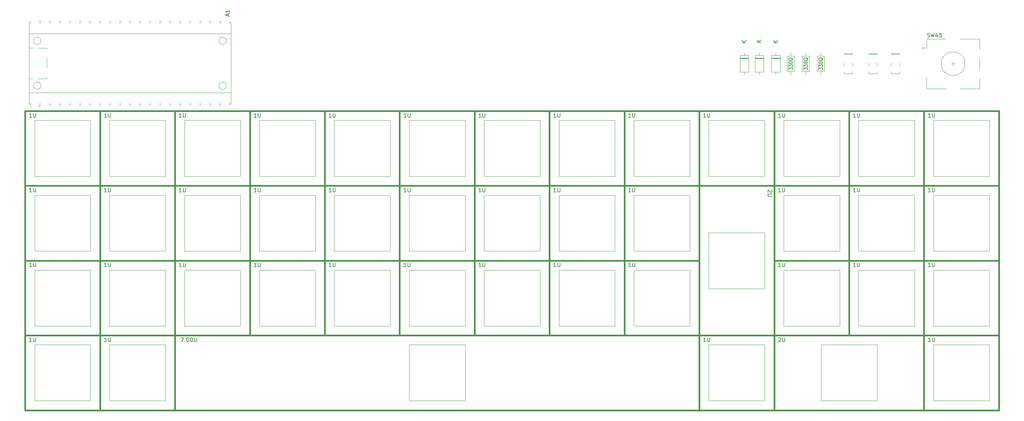
<source format=gbr>
%TF.GenerationSoftware,KiCad,Pcbnew,8.0.3*%
%TF.CreationDate,2024-07-13T14:49:37+01:00*%
%TF.ProjectId,CursedBoard,43757273-6564-4426-9f61-72642e6b6963,rev?*%
%TF.SameCoordinates,Original*%
%TF.FileFunction,Legend,Top*%
%TF.FilePolarity,Positive*%
%FSLAX46Y46*%
G04 Gerber Fmt 4.6, Leading zero omitted, Abs format (unit mm)*
G04 Created by KiCad (PCBNEW 8.0.3) date 2024-07-13 14:49:37*
%MOMM*%
%LPD*%
G01*
G04 APERTURE LIST*
%ADD10C,0.200000*%
%ADD11C,0.150000*%
%ADD12C,0.120000*%
%ADD13C,0.400000*%
G04 APERTURE END LIST*
D10*
X84780387Y-122710559D02*
X84208959Y-122710559D01*
X84494673Y-122710559D02*
X84494673Y-121710559D01*
X84494673Y-121710559D02*
X84399435Y-121853416D01*
X84399435Y-121853416D02*
X84304197Y-121948654D01*
X84304197Y-121948654D02*
X84208959Y-121996273D01*
X85208959Y-121710559D02*
X85208959Y-122520082D01*
X85208959Y-122520082D02*
X85256578Y-122615320D01*
X85256578Y-122615320D02*
X85304197Y-122662940D01*
X85304197Y-122662940D02*
X85399435Y-122710559D01*
X85399435Y-122710559D02*
X85589911Y-122710559D01*
X85589911Y-122710559D02*
X85685149Y-122662940D01*
X85685149Y-122662940D02*
X85732768Y-122615320D01*
X85732768Y-122615320D02*
X85780387Y-122520082D01*
X85780387Y-122520082D02*
X85780387Y-121710559D01*
X65780387Y-122710559D02*
X65208959Y-122710559D01*
X65494673Y-122710559D02*
X65494673Y-121710559D01*
X65494673Y-121710559D02*
X65399435Y-121853416D01*
X65399435Y-121853416D02*
X65304197Y-121948654D01*
X65304197Y-121948654D02*
X65208959Y-121996273D01*
X66208959Y-121710559D02*
X66208959Y-122520082D01*
X66208959Y-122520082D02*
X66256578Y-122615320D01*
X66256578Y-122615320D02*
X66304197Y-122662940D01*
X66304197Y-122662940D02*
X66399435Y-122710559D01*
X66399435Y-122710559D02*
X66589911Y-122710559D01*
X66589911Y-122710559D02*
X66685149Y-122662940D01*
X66685149Y-122662940D02*
X66732768Y-122615320D01*
X66732768Y-122615320D02*
X66780387Y-122520082D01*
X66780387Y-122520082D02*
X66780387Y-121710559D01*
X103780387Y-84710559D02*
X103208959Y-84710559D01*
X103494673Y-84710559D02*
X103494673Y-83710559D01*
X103494673Y-83710559D02*
X103399435Y-83853416D01*
X103399435Y-83853416D02*
X103304197Y-83948654D01*
X103304197Y-83948654D02*
X103208959Y-83996273D01*
X104208959Y-83710559D02*
X104208959Y-84520082D01*
X104208959Y-84520082D02*
X104256578Y-84615320D01*
X104256578Y-84615320D02*
X104304197Y-84662940D01*
X104304197Y-84662940D02*
X104399435Y-84710559D01*
X104399435Y-84710559D02*
X104589911Y-84710559D01*
X104589911Y-84710559D02*
X104685149Y-84662940D01*
X104685149Y-84662940D02*
X104732768Y-84615320D01*
X104732768Y-84615320D02*
X104780387Y-84520082D01*
X104780387Y-84520082D02*
X104780387Y-83710559D01*
D11*
X219799819Y-72605714D02*
X219799819Y-72110476D01*
X219799819Y-72110476D02*
X220180771Y-72377142D01*
X220180771Y-72377142D02*
X220180771Y-72262857D01*
X220180771Y-72262857D02*
X220228390Y-72186666D01*
X220228390Y-72186666D02*
X220276009Y-72148571D01*
X220276009Y-72148571D02*
X220371247Y-72110476D01*
X220371247Y-72110476D02*
X220609342Y-72110476D01*
X220609342Y-72110476D02*
X220704580Y-72148571D01*
X220704580Y-72148571D02*
X220752200Y-72186666D01*
X220752200Y-72186666D02*
X220799819Y-72262857D01*
X220799819Y-72262857D02*
X220799819Y-72491428D01*
X220799819Y-72491428D02*
X220752200Y-72567619D01*
X220752200Y-72567619D02*
X220704580Y-72605714D01*
X219799819Y-71843809D02*
X219799819Y-71348571D01*
X219799819Y-71348571D02*
X220180771Y-71615237D01*
X220180771Y-71615237D02*
X220180771Y-71500952D01*
X220180771Y-71500952D02*
X220228390Y-71424761D01*
X220228390Y-71424761D02*
X220276009Y-71386666D01*
X220276009Y-71386666D02*
X220371247Y-71348571D01*
X220371247Y-71348571D02*
X220609342Y-71348571D01*
X220609342Y-71348571D02*
X220704580Y-71386666D01*
X220704580Y-71386666D02*
X220752200Y-71424761D01*
X220752200Y-71424761D02*
X220799819Y-71500952D01*
X220799819Y-71500952D02*
X220799819Y-71729523D01*
X220799819Y-71729523D02*
X220752200Y-71805714D01*
X220752200Y-71805714D02*
X220704580Y-71843809D01*
X219799819Y-70853332D02*
X219799819Y-70777142D01*
X219799819Y-70777142D02*
X219847438Y-70700951D01*
X219847438Y-70700951D02*
X219895057Y-70662856D01*
X219895057Y-70662856D02*
X219990295Y-70624761D01*
X219990295Y-70624761D02*
X220180771Y-70586666D01*
X220180771Y-70586666D02*
X220418866Y-70586666D01*
X220418866Y-70586666D02*
X220609342Y-70624761D01*
X220609342Y-70624761D02*
X220704580Y-70662856D01*
X220704580Y-70662856D02*
X220752200Y-70700951D01*
X220752200Y-70700951D02*
X220799819Y-70777142D01*
X220799819Y-70777142D02*
X220799819Y-70853332D01*
X220799819Y-70853332D02*
X220752200Y-70929523D01*
X220752200Y-70929523D02*
X220704580Y-70967618D01*
X220704580Y-70967618D02*
X220609342Y-71005713D01*
X220609342Y-71005713D02*
X220418866Y-71043809D01*
X220418866Y-71043809D02*
X220180771Y-71043809D01*
X220180771Y-71043809D02*
X219990295Y-71005713D01*
X219990295Y-71005713D02*
X219895057Y-70967618D01*
X219895057Y-70967618D02*
X219847438Y-70929523D01*
X219847438Y-70929523D02*
X219799819Y-70853332D01*
X220799819Y-70281904D02*
X220799819Y-70091427D01*
X220799819Y-70091427D02*
X220609342Y-70091427D01*
X220609342Y-70091427D02*
X220561723Y-70167618D01*
X220561723Y-70167618D02*
X220466485Y-70243808D01*
X220466485Y-70243808D02*
X220323628Y-70281904D01*
X220323628Y-70281904D02*
X220085533Y-70281904D01*
X220085533Y-70281904D02*
X219942676Y-70243808D01*
X219942676Y-70243808D02*
X219847438Y-70167618D01*
X219847438Y-70167618D02*
X219799819Y-70053332D01*
X219799819Y-70053332D02*
X219799819Y-69900951D01*
X219799819Y-69900951D02*
X219847438Y-69786665D01*
X219847438Y-69786665D02*
X219942676Y-69710475D01*
X219942676Y-69710475D02*
X220085533Y-69672380D01*
X220085533Y-69672380D02*
X220323628Y-69672380D01*
X220323628Y-69672380D02*
X220466485Y-69710475D01*
X220466485Y-69710475D02*
X220561723Y-69786665D01*
X220561723Y-69786665D02*
X220609342Y-69862856D01*
X220609342Y-69862856D02*
X220799819Y-69862856D01*
X220799819Y-69862856D02*
X220799819Y-69672380D01*
D10*
X179780387Y-122710559D02*
X179208959Y-122710559D01*
X179494673Y-122710559D02*
X179494673Y-121710559D01*
X179494673Y-121710559D02*
X179399435Y-121853416D01*
X179399435Y-121853416D02*
X179304197Y-121948654D01*
X179304197Y-121948654D02*
X179208959Y-121996273D01*
X180208959Y-121710559D02*
X180208959Y-122520082D01*
X180208959Y-122520082D02*
X180256578Y-122615320D01*
X180256578Y-122615320D02*
X180304197Y-122662940D01*
X180304197Y-122662940D02*
X180399435Y-122710559D01*
X180399435Y-122710559D02*
X180589911Y-122710559D01*
X180589911Y-122710559D02*
X180685149Y-122662940D01*
X180685149Y-122662940D02*
X180732768Y-122615320D01*
X180732768Y-122615320D02*
X180780387Y-122520082D01*
X180780387Y-122520082D02*
X180780387Y-121710559D01*
X122780387Y-103710559D02*
X122208959Y-103710559D01*
X122494673Y-103710559D02*
X122494673Y-102710559D01*
X122494673Y-102710559D02*
X122399435Y-102853416D01*
X122399435Y-102853416D02*
X122304197Y-102948654D01*
X122304197Y-102948654D02*
X122208959Y-102996273D01*
X123208959Y-102710559D02*
X123208959Y-103520082D01*
X123208959Y-103520082D02*
X123256578Y-103615320D01*
X123256578Y-103615320D02*
X123304197Y-103662940D01*
X123304197Y-103662940D02*
X123399435Y-103710559D01*
X123399435Y-103710559D02*
X123589911Y-103710559D01*
X123589911Y-103710559D02*
X123685149Y-103662940D01*
X123685149Y-103662940D02*
X123732768Y-103615320D01*
X123732768Y-103615320D02*
X123780387Y-103520082D01*
X123780387Y-103520082D02*
X123780387Y-102710559D01*
X179780387Y-103710559D02*
X179208959Y-103710559D01*
X179494673Y-103710559D02*
X179494673Y-102710559D01*
X179494673Y-102710559D02*
X179399435Y-102853416D01*
X179399435Y-102853416D02*
X179304197Y-102948654D01*
X179304197Y-102948654D02*
X179208959Y-102996273D01*
X180208959Y-102710559D02*
X180208959Y-103520082D01*
X180208959Y-103520082D02*
X180256578Y-103615320D01*
X180256578Y-103615320D02*
X180304197Y-103662940D01*
X180304197Y-103662940D02*
X180399435Y-103710559D01*
X180399435Y-103710559D02*
X180589911Y-103710559D01*
X180589911Y-103710559D02*
X180685149Y-103662940D01*
X180685149Y-103662940D02*
X180732768Y-103615320D01*
X180732768Y-103615320D02*
X180780387Y-103520082D01*
X180780387Y-103520082D02*
X180780387Y-102710559D01*
D11*
X254990476Y-64327200D02*
X255133333Y-64374819D01*
X255133333Y-64374819D02*
X255371428Y-64374819D01*
X255371428Y-64374819D02*
X255466666Y-64327200D01*
X255466666Y-64327200D02*
X255514285Y-64279580D01*
X255514285Y-64279580D02*
X255561904Y-64184342D01*
X255561904Y-64184342D02*
X255561904Y-64089104D01*
X255561904Y-64089104D02*
X255514285Y-63993866D01*
X255514285Y-63993866D02*
X255466666Y-63946247D01*
X255466666Y-63946247D02*
X255371428Y-63898628D01*
X255371428Y-63898628D02*
X255180952Y-63851009D01*
X255180952Y-63851009D02*
X255085714Y-63803390D01*
X255085714Y-63803390D02*
X255038095Y-63755771D01*
X255038095Y-63755771D02*
X254990476Y-63660533D01*
X254990476Y-63660533D02*
X254990476Y-63565295D01*
X254990476Y-63565295D02*
X255038095Y-63470057D01*
X255038095Y-63470057D02*
X255085714Y-63422438D01*
X255085714Y-63422438D02*
X255180952Y-63374819D01*
X255180952Y-63374819D02*
X255419047Y-63374819D01*
X255419047Y-63374819D02*
X255561904Y-63422438D01*
X255895238Y-63374819D02*
X256133333Y-64374819D01*
X256133333Y-64374819D02*
X256323809Y-63660533D01*
X256323809Y-63660533D02*
X256514285Y-64374819D01*
X256514285Y-64374819D02*
X256752381Y-63374819D01*
X257561904Y-63708152D02*
X257561904Y-64374819D01*
X257323809Y-63327200D02*
X257085714Y-64041485D01*
X257085714Y-64041485D02*
X257704761Y-64041485D01*
X258561904Y-63374819D02*
X258085714Y-63374819D01*
X258085714Y-63374819D02*
X258038095Y-63851009D01*
X258038095Y-63851009D02*
X258085714Y-63803390D01*
X258085714Y-63803390D02*
X258180952Y-63755771D01*
X258180952Y-63755771D02*
X258419047Y-63755771D01*
X258419047Y-63755771D02*
X258514285Y-63803390D01*
X258514285Y-63803390D02*
X258561904Y-63851009D01*
X258561904Y-63851009D02*
X258609523Y-63946247D01*
X258609523Y-63946247D02*
X258609523Y-64184342D01*
X258609523Y-64184342D02*
X258561904Y-64279580D01*
X258561904Y-64279580D02*
X258514285Y-64327200D01*
X258514285Y-64327200D02*
X258419047Y-64374819D01*
X258419047Y-64374819D02*
X258180952Y-64374819D01*
X258180952Y-64374819D02*
X258085714Y-64327200D01*
X258085714Y-64327200D02*
X258038095Y-64279580D01*
D10*
X103780387Y-103710559D02*
X103208959Y-103710559D01*
X103494673Y-103710559D02*
X103494673Y-102710559D01*
X103494673Y-102710559D02*
X103399435Y-102853416D01*
X103399435Y-102853416D02*
X103304197Y-102948654D01*
X103304197Y-102948654D02*
X103208959Y-102996273D01*
X104208959Y-102710559D02*
X104208959Y-103520082D01*
X104208959Y-103520082D02*
X104256578Y-103615320D01*
X104256578Y-103615320D02*
X104304197Y-103662940D01*
X104304197Y-103662940D02*
X104399435Y-103710559D01*
X104399435Y-103710559D02*
X104589911Y-103710559D01*
X104589911Y-103710559D02*
X104685149Y-103662940D01*
X104685149Y-103662940D02*
X104732768Y-103615320D01*
X104732768Y-103615320D02*
X104780387Y-103520082D01*
X104780387Y-103520082D02*
X104780387Y-102710559D01*
D11*
X77639104Y-58963339D02*
X77639104Y-58487149D01*
X77924819Y-59058577D02*
X76924819Y-58725244D01*
X76924819Y-58725244D02*
X77924819Y-58391911D01*
X77924819Y-57534768D02*
X77924819Y-58106196D01*
X77924819Y-57820482D02*
X76924819Y-57820482D01*
X76924819Y-57820482D02*
X77067676Y-57915720D01*
X77067676Y-57915720D02*
X77162914Y-58010958D01*
X77162914Y-58010958D02*
X77210533Y-58106196D01*
D10*
X27780387Y-103710559D02*
X27208959Y-103710559D01*
X27494673Y-103710559D02*
X27494673Y-102710559D01*
X27494673Y-102710559D02*
X27399435Y-102853416D01*
X27399435Y-102853416D02*
X27304197Y-102948654D01*
X27304197Y-102948654D02*
X27208959Y-102996273D01*
X28208959Y-102710559D02*
X28208959Y-103520082D01*
X28208959Y-103520082D02*
X28256578Y-103615320D01*
X28256578Y-103615320D02*
X28304197Y-103662940D01*
X28304197Y-103662940D02*
X28399435Y-103710559D01*
X28399435Y-103710559D02*
X28589911Y-103710559D01*
X28589911Y-103710559D02*
X28685149Y-103662940D01*
X28685149Y-103662940D02*
X28732768Y-103615320D01*
X28732768Y-103615320D02*
X28780387Y-103520082D01*
X28780387Y-103520082D02*
X28780387Y-102710559D01*
X65780387Y-103710559D02*
X65208959Y-103710559D01*
X65494673Y-103710559D02*
X65494673Y-102710559D01*
X65494673Y-102710559D02*
X65399435Y-102853416D01*
X65399435Y-102853416D02*
X65304197Y-102948654D01*
X65304197Y-102948654D02*
X65208959Y-102996273D01*
X66208959Y-102710559D02*
X66208959Y-103520082D01*
X66208959Y-103520082D02*
X66256578Y-103615320D01*
X66256578Y-103615320D02*
X66304197Y-103662940D01*
X66304197Y-103662940D02*
X66399435Y-103710559D01*
X66399435Y-103710559D02*
X66589911Y-103710559D01*
X66589911Y-103710559D02*
X66685149Y-103662940D01*
X66685149Y-103662940D02*
X66732768Y-103615320D01*
X66732768Y-103615320D02*
X66780387Y-103520082D01*
X66780387Y-103520082D02*
X66780387Y-102710559D01*
D11*
X212798819Y-65666904D02*
X211798819Y-65666904D01*
X212798819Y-65095476D02*
X212227390Y-65524047D01*
X211798819Y-65095476D02*
X212370247Y-65666904D01*
D10*
X84780387Y-103710559D02*
X84208959Y-103710559D01*
X84494673Y-103710559D02*
X84494673Y-102710559D01*
X84494673Y-102710559D02*
X84399435Y-102853416D01*
X84399435Y-102853416D02*
X84304197Y-102948654D01*
X84304197Y-102948654D02*
X84208959Y-102996273D01*
X85208959Y-102710559D02*
X85208959Y-103520082D01*
X85208959Y-103520082D02*
X85256578Y-103615320D01*
X85256578Y-103615320D02*
X85304197Y-103662940D01*
X85304197Y-103662940D02*
X85399435Y-103710559D01*
X85399435Y-103710559D02*
X85589911Y-103710559D01*
X85589911Y-103710559D02*
X85685149Y-103662940D01*
X85685149Y-103662940D02*
X85732768Y-103615320D01*
X85732768Y-103615320D02*
X85780387Y-103520082D01*
X85780387Y-103520082D02*
X85780387Y-102710559D01*
X215444202Y-103208959D02*
X215491821Y-103256578D01*
X215491821Y-103256578D02*
X215539440Y-103351816D01*
X215539440Y-103351816D02*
X215539440Y-103589911D01*
X215539440Y-103589911D02*
X215491821Y-103685149D01*
X215491821Y-103685149D02*
X215444202Y-103732768D01*
X215444202Y-103732768D02*
X215348964Y-103780387D01*
X215348964Y-103780387D02*
X215253726Y-103780387D01*
X215253726Y-103780387D02*
X215110869Y-103732768D01*
X215110869Y-103732768D02*
X214539440Y-103161340D01*
X214539440Y-103161340D02*
X214539440Y-103780387D01*
X215539440Y-104208959D02*
X214729917Y-104208959D01*
X214729917Y-104208959D02*
X214634679Y-104256578D01*
X214634679Y-104256578D02*
X214587060Y-104304197D01*
X214587060Y-104304197D02*
X214539440Y-104399435D01*
X214539440Y-104399435D02*
X214539440Y-104589911D01*
X214539440Y-104589911D02*
X214587060Y-104685149D01*
X214587060Y-104685149D02*
X214634679Y-104732768D01*
X214634679Y-104732768D02*
X214729917Y-104780387D01*
X214729917Y-104780387D02*
X215539440Y-104780387D01*
X27780387Y-84710559D02*
X27208959Y-84710559D01*
X27494673Y-84710559D02*
X27494673Y-83710559D01*
X27494673Y-83710559D02*
X27399435Y-83853416D01*
X27399435Y-83853416D02*
X27304197Y-83948654D01*
X27304197Y-83948654D02*
X27208959Y-83996273D01*
X28208959Y-83710559D02*
X28208959Y-84520082D01*
X28208959Y-84520082D02*
X28256578Y-84615320D01*
X28256578Y-84615320D02*
X28304197Y-84662940D01*
X28304197Y-84662940D02*
X28399435Y-84710559D01*
X28399435Y-84710559D02*
X28589911Y-84710559D01*
X28589911Y-84710559D02*
X28685149Y-84662940D01*
X28685149Y-84662940D02*
X28732768Y-84615320D01*
X28732768Y-84615320D02*
X28780387Y-84520082D01*
X28780387Y-84520082D02*
X28780387Y-83710559D01*
X236780387Y-84710559D02*
X236208959Y-84710559D01*
X236494673Y-84710559D02*
X236494673Y-83710559D01*
X236494673Y-83710559D02*
X236399435Y-83853416D01*
X236399435Y-83853416D02*
X236304197Y-83948654D01*
X236304197Y-83948654D02*
X236208959Y-83996273D01*
X237208959Y-83710559D02*
X237208959Y-84520082D01*
X237208959Y-84520082D02*
X237256578Y-84615320D01*
X237256578Y-84615320D02*
X237304197Y-84662940D01*
X237304197Y-84662940D02*
X237399435Y-84710559D01*
X237399435Y-84710559D02*
X237589911Y-84710559D01*
X237589911Y-84710559D02*
X237685149Y-84662940D01*
X237685149Y-84662940D02*
X237732768Y-84615320D01*
X237732768Y-84615320D02*
X237780387Y-84520082D01*
X237780387Y-84520082D02*
X237780387Y-83710559D01*
X122780387Y-84710559D02*
X122208959Y-84710559D01*
X122494673Y-84710559D02*
X122494673Y-83710559D01*
X122494673Y-83710559D02*
X122399435Y-83853416D01*
X122399435Y-83853416D02*
X122304197Y-83948654D01*
X122304197Y-83948654D02*
X122208959Y-83996273D01*
X123208959Y-83710559D02*
X123208959Y-84520082D01*
X123208959Y-84520082D02*
X123256578Y-84615320D01*
X123256578Y-84615320D02*
X123304197Y-84662940D01*
X123304197Y-84662940D02*
X123399435Y-84710559D01*
X123399435Y-84710559D02*
X123589911Y-84710559D01*
X123589911Y-84710559D02*
X123685149Y-84662940D01*
X123685149Y-84662940D02*
X123732768Y-84615320D01*
X123732768Y-84615320D02*
X123780387Y-84520082D01*
X123780387Y-84520082D02*
X123780387Y-83710559D01*
X141780387Y-122710559D02*
X141208959Y-122710559D01*
X141494673Y-122710559D02*
X141494673Y-121710559D01*
X141494673Y-121710559D02*
X141399435Y-121853416D01*
X141399435Y-121853416D02*
X141304197Y-121948654D01*
X141304197Y-121948654D02*
X141208959Y-121996273D01*
X142208959Y-121710559D02*
X142208959Y-122520082D01*
X142208959Y-122520082D02*
X142256578Y-122615320D01*
X142256578Y-122615320D02*
X142304197Y-122662940D01*
X142304197Y-122662940D02*
X142399435Y-122710559D01*
X142399435Y-122710559D02*
X142589911Y-122710559D01*
X142589911Y-122710559D02*
X142685149Y-122662940D01*
X142685149Y-122662940D02*
X142732768Y-122615320D01*
X142732768Y-122615320D02*
X142780387Y-122520082D01*
X142780387Y-122520082D02*
X142780387Y-121710559D01*
X46780387Y-103710559D02*
X46208959Y-103710559D01*
X46494673Y-103710559D02*
X46494673Y-102710559D01*
X46494673Y-102710559D02*
X46399435Y-102853416D01*
X46399435Y-102853416D02*
X46304197Y-102948654D01*
X46304197Y-102948654D02*
X46208959Y-102996273D01*
X47208959Y-102710559D02*
X47208959Y-103520082D01*
X47208959Y-103520082D02*
X47256578Y-103615320D01*
X47256578Y-103615320D02*
X47304197Y-103662940D01*
X47304197Y-103662940D02*
X47399435Y-103710559D01*
X47399435Y-103710559D02*
X47589911Y-103710559D01*
X47589911Y-103710559D02*
X47685149Y-103662940D01*
X47685149Y-103662940D02*
X47732768Y-103615320D01*
X47732768Y-103615320D02*
X47780387Y-103520082D01*
X47780387Y-103520082D02*
X47780387Y-102710559D01*
X27780387Y-122710559D02*
X27208959Y-122710559D01*
X27494673Y-122710559D02*
X27494673Y-121710559D01*
X27494673Y-121710559D02*
X27399435Y-121853416D01*
X27399435Y-121853416D02*
X27304197Y-121948654D01*
X27304197Y-121948654D02*
X27208959Y-121996273D01*
X28208959Y-121710559D02*
X28208959Y-122520082D01*
X28208959Y-122520082D02*
X28256578Y-122615320D01*
X28256578Y-122615320D02*
X28304197Y-122662940D01*
X28304197Y-122662940D02*
X28399435Y-122710559D01*
X28399435Y-122710559D02*
X28589911Y-122710559D01*
X28589911Y-122710559D02*
X28685149Y-122662940D01*
X28685149Y-122662940D02*
X28732768Y-122615320D01*
X28732768Y-122615320D02*
X28780387Y-122520082D01*
X28780387Y-122520082D02*
X28780387Y-121710559D01*
D11*
X208988819Y-65793904D02*
X207988819Y-65793904D01*
X208988819Y-65222476D02*
X208417390Y-65651047D01*
X207988819Y-65222476D02*
X208560247Y-65793904D01*
D10*
X198780387Y-141710559D02*
X198208959Y-141710559D01*
X198494673Y-141710559D02*
X198494673Y-140710559D01*
X198494673Y-140710559D02*
X198399435Y-140853416D01*
X198399435Y-140853416D02*
X198304197Y-140948654D01*
X198304197Y-140948654D02*
X198208959Y-140996273D01*
X199208959Y-140710559D02*
X199208959Y-141520082D01*
X199208959Y-141520082D02*
X199256578Y-141615320D01*
X199256578Y-141615320D02*
X199304197Y-141662940D01*
X199304197Y-141662940D02*
X199399435Y-141710559D01*
X199399435Y-141710559D02*
X199589911Y-141710559D01*
X199589911Y-141710559D02*
X199685149Y-141662940D01*
X199685149Y-141662940D02*
X199732768Y-141615320D01*
X199732768Y-141615320D02*
X199780387Y-141520082D01*
X199780387Y-141520082D02*
X199780387Y-140710559D01*
X217780387Y-103710559D02*
X217208959Y-103710559D01*
X217494673Y-103710559D02*
X217494673Y-102710559D01*
X217494673Y-102710559D02*
X217399435Y-102853416D01*
X217399435Y-102853416D02*
X217304197Y-102948654D01*
X217304197Y-102948654D02*
X217208959Y-102996273D01*
X218208959Y-102710559D02*
X218208959Y-103520082D01*
X218208959Y-103520082D02*
X218256578Y-103615320D01*
X218256578Y-103615320D02*
X218304197Y-103662940D01*
X218304197Y-103662940D02*
X218399435Y-103710559D01*
X218399435Y-103710559D02*
X218589911Y-103710559D01*
X218589911Y-103710559D02*
X218685149Y-103662940D01*
X218685149Y-103662940D02*
X218732768Y-103615320D01*
X218732768Y-103615320D02*
X218780387Y-103520082D01*
X218780387Y-103520082D02*
X218780387Y-102710559D01*
X141780387Y-84710559D02*
X141208959Y-84710559D01*
X141494673Y-84710559D02*
X141494673Y-83710559D01*
X141494673Y-83710559D02*
X141399435Y-83853416D01*
X141399435Y-83853416D02*
X141304197Y-83948654D01*
X141304197Y-83948654D02*
X141208959Y-83996273D01*
X142208959Y-83710559D02*
X142208959Y-84520082D01*
X142208959Y-84520082D02*
X142256578Y-84615320D01*
X142256578Y-84615320D02*
X142304197Y-84662940D01*
X142304197Y-84662940D02*
X142399435Y-84710559D01*
X142399435Y-84710559D02*
X142589911Y-84710559D01*
X142589911Y-84710559D02*
X142685149Y-84662940D01*
X142685149Y-84662940D02*
X142732768Y-84615320D01*
X142732768Y-84615320D02*
X142780387Y-84520082D01*
X142780387Y-84520082D02*
X142780387Y-83710559D01*
X46780387Y-141710559D02*
X46208959Y-141710559D01*
X46494673Y-141710559D02*
X46494673Y-140710559D01*
X46494673Y-140710559D02*
X46399435Y-140853416D01*
X46399435Y-140853416D02*
X46304197Y-140948654D01*
X46304197Y-140948654D02*
X46208959Y-140996273D01*
X47208959Y-140710559D02*
X47208959Y-141520082D01*
X47208959Y-141520082D02*
X47256578Y-141615320D01*
X47256578Y-141615320D02*
X47304197Y-141662940D01*
X47304197Y-141662940D02*
X47399435Y-141710559D01*
X47399435Y-141710559D02*
X47589911Y-141710559D01*
X47589911Y-141710559D02*
X47685149Y-141662940D01*
X47685149Y-141662940D02*
X47732768Y-141615320D01*
X47732768Y-141615320D02*
X47780387Y-141520082D01*
X47780387Y-141520082D02*
X47780387Y-140710559D01*
X217208959Y-140805797D02*
X217256578Y-140758178D01*
X217256578Y-140758178D02*
X217351816Y-140710559D01*
X217351816Y-140710559D02*
X217589911Y-140710559D01*
X217589911Y-140710559D02*
X217685149Y-140758178D01*
X217685149Y-140758178D02*
X217732768Y-140805797D01*
X217732768Y-140805797D02*
X217780387Y-140901035D01*
X217780387Y-140901035D02*
X217780387Y-140996273D01*
X217780387Y-140996273D02*
X217732768Y-141139130D01*
X217732768Y-141139130D02*
X217161340Y-141710559D01*
X217161340Y-141710559D02*
X217780387Y-141710559D01*
X218208959Y-140710559D02*
X218208959Y-141520082D01*
X218208959Y-141520082D02*
X218256578Y-141615320D01*
X218256578Y-141615320D02*
X218304197Y-141662940D01*
X218304197Y-141662940D02*
X218399435Y-141710559D01*
X218399435Y-141710559D02*
X218589911Y-141710559D01*
X218589911Y-141710559D02*
X218685149Y-141662940D01*
X218685149Y-141662940D02*
X218732768Y-141615320D01*
X218732768Y-141615320D02*
X218780387Y-141520082D01*
X218780387Y-141520082D02*
X218780387Y-140710559D01*
X27780387Y-141710559D02*
X27208959Y-141710559D01*
X27494673Y-141710559D02*
X27494673Y-140710559D01*
X27494673Y-140710559D02*
X27399435Y-140853416D01*
X27399435Y-140853416D02*
X27304197Y-140948654D01*
X27304197Y-140948654D02*
X27208959Y-140996273D01*
X28208959Y-140710559D02*
X28208959Y-141520082D01*
X28208959Y-141520082D02*
X28256578Y-141615320D01*
X28256578Y-141615320D02*
X28304197Y-141662940D01*
X28304197Y-141662940D02*
X28399435Y-141710559D01*
X28399435Y-141710559D02*
X28589911Y-141710559D01*
X28589911Y-141710559D02*
X28685149Y-141662940D01*
X28685149Y-141662940D02*
X28732768Y-141615320D01*
X28732768Y-141615320D02*
X28780387Y-141520082D01*
X28780387Y-141520082D02*
X28780387Y-140710559D01*
X255780387Y-84710559D02*
X255208959Y-84710559D01*
X255494673Y-84710559D02*
X255494673Y-83710559D01*
X255494673Y-83710559D02*
X255399435Y-83853416D01*
X255399435Y-83853416D02*
X255304197Y-83948654D01*
X255304197Y-83948654D02*
X255208959Y-83996273D01*
X256208959Y-83710559D02*
X256208959Y-84520082D01*
X256208959Y-84520082D02*
X256256578Y-84615320D01*
X256256578Y-84615320D02*
X256304197Y-84662940D01*
X256304197Y-84662940D02*
X256399435Y-84710559D01*
X256399435Y-84710559D02*
X256589911Y-84710559D01*
X256589911Y-84710559D02*
X256685149Y-84662940D01*
X256685149Y-84662940D02*
X256732768Y-84615320D01*
X256732768Y-84615320D02*
X256780387Y-84520082D01*
X256780387Y-84520082D02*
X256780387Y-83710559D01*
X160780387Y-84710559D02*
X160208959Y-84710559D01*
X160494673Y-84710559D02*
X160494673Y-83710559D01*
X160494673Y-83710559D02*
X160399435Y-83853416D01*
X160399435Y-83853416D02*
X160304197Y-83948654D01*
X160304197Y-83948654D02*
X160208959Y-83996273D01*
X161208959Y-83710559D02*
X161208959Y-84520082D01*
X161208959Y-84520082D02*
X161256578Y-84615320D01*
X161256578Y-84615320D02*
X161304197Y-84662940D01*
X161304197Y-84662940D02*
X161399435Y-84710559D01*
X161399435Y-84710559D02*
X161589911Y-84710559D01*
X161589911Y-84710559D02*
X161685149Y-84662940D01*
X161685149Y-84662940D02*
X161732768Y-84615320D01*
X161732768Y-84615320D02*
X161780387Y-84520082D01*
X161780387Y-84520082D02*
X161780387Y-83710559D01*
X122780387Y-122710559D02*
X122208959Y-122710559D01*
X122494673Y-122710559D02*
X122494673Y-121710559D01*
X122494673Y-121710559D02*
X122399435Y-121853416D01*
X122399435Y-121853416D02*
X122304197Y-121948654D01*
X122304197Y-121948654D02*
X122208959Y-121996273D01*
X123208959Y-121710559D02*
X123208959Y-122520082D01*
X123208959Y-122520082D02*
X123256578Y-122615320D01*
X123256578Y-122615320D02*
X123304197Y-122662940D01*
X123304197Y-122662940D02*
X123399435Y-122710559D01*
X123399435Y-122710559D02*
X123589911Y-122710559D01*
X123589911Y-122710559D02*
X123685149Y-122662940D01*
X123685149Y-122662940D02*
X123732768Y-122615320D01*
X123732768Y-122615320D02*
X123780387Y-122520082D01*
X123780387Y-122520082D02*
X123780387Y-121710559D01*
X236780387Y-103710559D02*
X236208959Y-103710559D01*
X236494673Y-103710559D02*
X236494673Y-102710559D01*
X236494673Y-102710559D02*
X236399435Y-102853416D01*
X236399435Y-102853416D02*
X236304197Y-102948654D01*
X236304197Y-102948654D02*
X236208959Y-102996273D01*
X237208959Y-102710559D02*
X237208959Y-103520082D01*
X237208959Y-103520082D02*
X237256578Y-103615320D01*
X237256578Y-103615320D02*
X237304197Y-103662940D01*
X237304197Y-103662940D02*
X237399435Y-103710559D01*
X237399435Y-103710559D02*
X237589911Y-103710559D01*
X237589911Y-103710559D02*
X237685149Y-103662940D01*
X237685149Y-103662940D02*
X237732768Y-103615320D01*
X237732768Y-103615320D02*
X237780387Y-103520082D01*
X237780387Y-103520082D02*
X237780387Y-102710559D01*
X236780387Y-122710559D02*
X236208959Y-122710559D01*
X236494673Y-122710559D02*
X236494673Y-121710559D01*
X236494673Y-121710559D02*
X236399435Y-121853416D01*
X236399435Y-121853416D02*
X236304197Y-121948654D01*
X236304197Y-121948654D02*
X236208959Y-121996273D01*
X237208959Y-121710559D02*
X237208959Y-122520082D01*
X237208959Y-122520082D02*
X237256578Y-122615320D01*
X237256578Y-122615320D02*
X237304197Y-122662940D01*
X237304197Y-122662940D02*
X237399435Y-122710559D01*
X237399435Y-122710559D02*
X237589911Y-122710559D01*
X237589911Y-122710559D02*
X237685149Y-122662940D01*
X237685149Y-122662940D02*
X237732768Y-122615320D01*
X237732768Y-122615320D02*
X237780387Y-122520082D01*
X237780387Y-122520082D02*
X237780387Y-121710559D01*
X160780387Y-103710559D02*
X160208959Y-103710559D01*
X160494673Y-103710559D02*
X160494673Y-102710559D01*
X160494673Y-102710559D02*
X160399435Y-102853416D01*
X160399435Y-102853416D02*
X160304197Y-102948654D01*
X160304197Y-102948654D02*
X160208959Y-102996273D01*
X161208959Y-102710559D02*
X161208959Y-103520082D01*
X161208959Y-103520082D02*
X161256578Y-103615320D01*
X161256578Y-103615320D02*
X161304197Y-103662940D01*
X161304197Y-103662940D02*
X161399435Y-103710559D01*
X161399435Y-103710559D02*
X161589911Y-103710559D01*
X161589911Y-103710559D02*
X161685149Y-103662940D01*
X161685149Y-103662940D02*
X161732768Y-103615320D01*
X161732768Y-103615320D02*
X161780387Y-103520082D01*
X161780387Y-103520082D02*
X161780387Y-102710559D01*
X198780387Y-84710559D02*
X198208959Y-84710559D01*
X198494673Y-84710559D02*
X198494673Y-83710559D01*
X198494673Y-83710559D02*
X198399435Y-83853416D01*
X198399435Y-83853416D02*
X198304197Y-83948654D01*
X198304197Y-83948654D02*
X198208959Y-83996273D01*
X199208959Y-83710559D02*
X199208959Y-84520082D01*
X199208959Y-84520082D02*
X199256578Y-84615320D01*
X199256578Y-84615320D02*
X199304197Y-84662940D01*
X199304197Y-84662940D02*
X199399435Y-84710559D01*
X199399435Y-84710559D02*
X199589911Y-84710559D01*
X199589911Y-84710559D02*
X199685149Y-84662940D01*
X199685149Y-84662940D02*
X199732768Y-84615320D01*
X199732768Y-84615320D02*
X199780387Y-84520082D01*
X199780387Y-84520082D02*
X199780387Y-83710559D01*
X217780387Y-84710559D02*
X217208959Y-84710559D01*
X217494673Y-84710559D02*
X217494673Y-83710559D01*
X217494673Y-83710559D02*
X217399435Y-83853416D01*
X217399435Y-83853416D02*
X217304197Y-83948654D01*
X217304197Y-83948654D02*
X217208959Y-83996273D01*
X218208959Y-83710559D02*
X218208959Y-84520082D01*
X218208959Y-84520082D02*
X218256578Y-84615320D01*
X218256578Y-84615320D02*
X218304197Y-84662940D01*
X218304197Y-84662940D02*
X218399435Y-84710559D01*
X218399435Y-84710559D02*
X218589911Y-84710559D01*
X218589911Y-84710559D02*
X218685149Y-84662940D01*
X218685149Y-84662940D02*
X218732768Y-84615320D01*
X218732768Y-84615320D02*
X218780387Y-84520082D01*
X218780387Y-84520082D02*
X218780387Y-83710559D01*
X141780387Y-103710559D02*
X141208959Y-103710559D01*
X141494673Y-103710559D02*
X141494673Y-102710559D01*
X141494673Y-102710559D02*
X141399435Y-102853416D01*
X141399435Y-102853416D02*
X141304197Y-102948654D01*
X141304197Y-102948654D02*
X141208959Y-102996273D01*
X142208959Y-102710559D02*
X142208959Y-103520082D01*
X142208959Y-103520082D02*
X142256578Y-103615320D01*
X142256578Y-103615320D02*
X142304197Y-103662940D01*
X142304197Y-103662940D02*
X142399435Y-103710559D01*
X142399435Y-103710559D02*
X142589911Y-103710559D01*
X142589911Y-103710559D02*
X142685149Y-103662940D01*
X142685149Y-103662940D02*
X142732768Y-103615320D01*
X142732768Y-103615320D02*
X142780387Y-103520082D01*
X142780387Y-103520082D02*
X142780387Y-102710559D01*
X160780387Y-122710559D02*
X160208959Y-122710559D01*
X160494673Y-122710559D02*
X160494673Y-121710559D01*
X160494673Y-121710559D02*
X160399435Y-121853416D01*
X160399435Y-121853416D02*
X160304197Y-121948654D01*
X160304197Y-121948654D02*
X160208959Y-121996273D01*
X161208959Y-121710559D02*
X161208959Y-122520082D01*
X161208959Y-122520082D02*
X161256578Y-122615320D01*
X161256578Y-122615320D02*
X161304197Y-122662940D01*
X161304197Y-122662940D02*
X161399435Y-122710559D01*
X161399435Y-122710559D02*
X161589911Y-122710559D01*
X161589911Y-122710559D02*
X161685149Y-122662940D01*
X161685149Y-122662940D02*
X161732768Y-122615320D01*
X161732768Y-122615320D02*
X161780387Y-122520082D01*
X161780387Y-122520082D02*
X161780387Y-121710559D01*
X65780387Y-84710559D02*
X65208959Y-84710559D01*
X65494673Y-84710559D02*
X65494673Y-83710559D01*
X65494673Y-83710559D02*
X65399435Y-83853416D01*
X65399435Y-83853416D02*
X65304197Y-83948654D01*
X65304197Y-83948654D02*
X65208959Y-83996273D01*
X66208959Y-83710559D02*
X66208959Y-84520082D01*
X66208959Y-84520082D02*
X66256578Y-84615320D01*
X66256578Y-84615320D02*
X66304197Y-84662940D01*
X66304197Y-84662940D02*
X66399435Y-84710559D01*
X66399435Y-84710559D02*
X66589911Y-84710559D01*
X66589911Y-84710559D02*
X66685149Y-84662940D01*
X66685149Y-84662940D02*
X66732768Y-84615320D01*
X66732768Y-84615320D02*
X66780387Y-84520082D01*
X66780387Y-84520082D02*
X66780387Y-83710559D01*
X217780387Y-122710559D02*
X217208959Y-122710559D01*
X217494673Y-122710559D02*
X217494673Y-121710559D01*
X217494673Y-121710559D02*
X217399435Y-121853416D01*
X217399435Y-121853416D02*
X217304197Y-121948654D01*
X217304197Y-121948654D02*
X217208959Y-121996273D01*
X218208959Y-121710559D02*
X218208959Y-122520082D01*
X218208959Y-122520082D02*
X218256578Y-122615320D01*
X218256578Y-122615320D02*
X218304197Y-122662940D01*
X218304197Y-122662940D02*
X218399435Y-122710559D01*
X218399435Y-122710559D02*
X218589911Y-122710559D01*
X218589911Y-122710559D02*
X218685149Y-122662940D01*
X218685149Y-122662940D02*
X218732768Y-122615320D01*
X218732768Y-122615320D02*
X218780387Y-122520082D01*
X218780387Y-122520082D02*
X218780387Y-121710559D01*
X84780387Y-84710559D02*
X84208959Y-84710559D01*
X84494673Y-84710559D02*
X84494673Y-83710559D01*
X84494673Y-83710559D02*
X84399435Y-83853416D01*
X84399435Y-83853416D02*
X84304197Y-83948654D01*
X84304197Y-83948654D02*
X84208959Y-83996273D01*
X85208959Y-83710559D02*
X85208959Y-84520082D01*
X85208959Y-84520082D02*
X85256578Y-84615320D01*
X85256578Y-84615320D02*
X85304197Y-84662940D01*
X85304197Y-84662940D02*
X85399435Y-84710559D01*
X85399435Y-84710559D02*
X85589911Y-84710559D01*
X85589911Y-84710559D02*
X85685149Y-84662940D01*
X85685149Y-84662940D02*
X85732768Y-84615320D01*
X85732768Y-84615320D02*
X85780387Y-84520082D01*
X85780387Y-84520082D02*
X85780387Y-83710559D01*
X103780387Y-122710559D02*
X103208959Y-122710559D01*
X103494673Y-122710559D02*
X103494673Y-121710559D01*
X103494673Y-121710559D02*
X103399435Y-121853416D01*
X103399435Y-121853416D02*
X103304197Y-121948654D01*
X103304197Y-121948654D02*
X103208959Y-121996273D01*
X104208959Y-121710559D02*
X104208959Y-122520082D01*
X104208959Y-122520082D02*
X104256578Y-122615320D01*
X104256578Y-122615320D02*
X104304197Y-122662940D01*
X104304197Y-122662940D02*
X104399435Y-122710559D01*
X104399435Y-122710559D02*
X104589911Y-122710559D01*
X104589911Y-122710559D02*
X104685149Y-122662940D01*
X104685149Y-122662940D02*
X104732768Y-122615320D01*
X104732768Y-122615320D02*
X104780387Y-122520082D01*
X104780387Y-122520082D02*
X104780387Y-121710559D01*
D11*
X216989819Y-65793904D02*
X215989819Y-65793904D01*
X216989819Y-65222476D02*
X216418390Y-65651047D01*
X215989819Y-65222476D02*
X216561247Y-65793904D01*
D10*
X255780387Y-103710559D02*
X255208959Y-103710559D01*
X255494673Y-103710559D02*
X255494673Y-102710559D01*
X255494673Y-102710559D02*
X255399435Y-102853416D01*
X255399435Y-102853416D02*
X255304197Y-102948654D01*
X255304197Y-102948654D02*
X255208959Y-102996273D01*
X256208959Y-102710559D02*
X256208959Y-103520082D01*
X256208959Y-103520082D02*
X256256578Y-103615320D01*
X256256578Y-103615320D02*
X256304197Y-103662940D01*
X256304197Y-103662940D02*
X256399435Y-103710559D01*
X256399435Y-103710559D02*
X256589911Y-103710559D01*
X256589911Y-103710559D02*
X256685149Y-103662940D01*
X256685149Y-103662940D02*
X256732768Y-103615320D01*
X256732768Y-103615320D02*
X256780387Y-103520082D01*
X256780387Y-103520082D02*
X256780387Y-102710559D01*
X65621340Y-140710559D02*
X66288006Y-140710559D01*
X66288006Y-140710559D02*
X65859435Y-141710559D01*
X66668959Y-141615320D02*
X66716578Y-141662940D01*
X66716578Y-141662940D02*
X66668959Y-141710559D01*
X66668959Y-141710559D02*
X66621340Y-141662940D01*
X66621340Y-141662940D02*
X66668959Y-141615320D01*
X66668959Y-141615320D02*
X66668959Y-141710559D01*
X67335625Y-140710559D02*
X67430863Y-140710559D01*
X67430863Y-140710559D02*
X67526101Y-140758178D01*
X67526101Y-140758178D02*
X67573720Y-140805797D01*
X67573720Y-140805797D02*
X67621339Y-140901035D01*
X67621339Y-140901035D02*
X67668958Y-141091511D01*
X67668958Y-141091511D02*
X67668958Y-141329606D01*
X67668958Y-141329606D02*
X67621339Y-141520082D01*
X67621339Y-141520082D02*
X67573720Y-141615320D01*
X67573720Y-141615320D02*
X67526101Y-141662940D01*
X67526101Y-141662940D02*
X67430863Y-141710559D01*
X67430863Y-141710559D02*
X67335625Y-141710559D01*
X67335625Y-141710559D02*
X67240387Y-141662940D01*
X67240387Y-141662940D02*
X67192768Y-141615320D01*
X67192768Y-141615320D02*
X67145149Y-141520082D01*
X67145149Y-141520082D02*
X67097530Y-141329606D01*
X67097530Y-141329606D02*
X67097530Y-141091511D01*
X67097530Y-141091511D02*
X67145149Y-140901035D01*
X67145149Y-140901035D02*
X67192768Y-140805797D01*
X67192768Y-140805797D02*
X67240387Y-140758178D01*
X67240387Y-140758178D02*
X67335625Y-140710559D01*
X68288006Y-140710559D02*
X68383244Y-140710559D01*
X68383244Y-140710559D02*
X68478482Y-140758178D01*
X68478482Y-140758178D02*
X68526101Y-140805797D01*
X68526101Y-140805797D02*
X68573720Y-140901035D01*
X68573720Y-140901035D02*
X68621339Y-141091511D01*
X68621339Y-141091511D02*
X68621339Y-141329606D01*
X68621339Y-141329606D02*
X68573720Y-141520082D01*
X68573720Y-141520082D02*
X68526101Y-141615320D01*
X68526101Y-141615320D02*
X68478482Y-141662940D01*
X68478482Y-141662940D02*
X68383244Y-141710559D01*
X68383244Y-141710559D02*
X68288006Y-141710559D01*
X68288006Y-141710559D02*
X68192768Y-141662940D01*
X68192768Y-141662940D02*
X68145149Y-141615320D01*
X68145149Y-141615320D02*
X68097530Y-141520082D01*
X68097530Y-141520082D02*
X68049911Y-141329606D01*
X68049911Y-141329606D02*
X68049911Y-141091511D01*
X68049911Y-141091511D02*
X68097530Y-140901035D01*
X68097530Y-140901035D02*
X68145149Y-140805797D01*
X68145149Y-140805797D02*
X68192768Y-140758178D01*
X68192768Y-140758178D02*
X68288006Y-140710559D01*
X69049911Y-140710559D02*
X69049911Y-141520082D01*
X69049911Y-141520082D02*
X69097530Y-141615320D01*
X69097530Y-141615320D02*
X69145149Y-141662940D01*
X69145149Y-141662940D02*
X69240387Y-141710559D01*
X69240387Y-141710559D02*
X69430863Y-141710559D01*
X69430863Y-141710559D02*
X69526101Y-141662940D01*
X69526101Y-141662940D02*
X69573720Y-141615320D01*
X69573720Y-141615320D02*
X69621339Y-141520082D01*
X69621339Y-141520082D02*
X69621339Y-140710559D01*
D11*
X227419819Y-72605714D02*
X227419819Y-72110476D01*
X227419819Y-72110476D02*
X227800771Y-72377142D01*
X227800771Y-72377142D02*
X227800771Y-72262857D01*
X227800771Y-72262857D02*
X227848390Y-72186666D01*
X227848390Y-72186666D02*
X227896009Y-72148571D01*
X227896009Y-72148571D02*
X227991247Y-72110476D01*
X227991247Y-72110476D02*
X228229342Y-72110476D01*
X228229342Y-72110476D02*
X228324580Y-72148571D01*
X228324580Y-72148571D02*
X228372200Y-72186666D01*
X228372200Y-72186666D02*
X228419819Y-72262857D01*
X228419819Y-72262857D02*
X228419819Y-72491428D01*
X228419819Y-72491428D02*
X228372200Y-72567619D01*
X228372200Y-72567619D02*
X228324580Y-72605714D01*
X227419819Y-71843809D02*
X227419819Y-71348571D01*
X227419819Y-71348571D02*
X227800771Y-71615237D01*
X227800771Y-71615237D02*
X227800771Y-71500952D01*
X227800771Y-71500952D02*
X227848390Y-71424761D01*
X227848390Y-71424761D02*
X227896009Y-71386666D01*
X227896009Y-71386666D02*
X227991247Y-71348571D01*
X227991247Y-71348571D02*
X228229342Y-71348571D01*
X228229342Y-71348571D02*
X228324580Y-71386666D01*
X228324580Y-71386666D02*
X228372200Y-71424761D01*
X228372200Y-71424761D02*
X228419819Y-71500952D01*
X228419819Y-71500952D02*
X228419819Y-71729523D01*
X228419819Y-71729523D02*
X228372200Y-71805714D01*
X228372200Y-71805714D02*
X228324580Y-71843809D01*
X227419819Y-70853332D02*
X227419819Y-70777142D01*
X227419819Y-70777142D02*
X227467438Y-70700951D01*
X227467438Y-70700951D02*
X227515057Y-70662856D01*
X227515057Y-70662856D02*
X227610295Y-70624761D01*
X227610295Y-70624761D02*
X227800771Y-70586666D01*
X227800771Y-70586666D02*
X228038866Y-70586666D01*
X228038866Y-70586666D02*
X228229342Y-70624761D01*
X228229342Y-70624761D02*
X228324580Y-70662856D01*
X228324580Y-70662856D02*
X228372200Y-70700951D01*
X228372200Y-70700951D02*
X228419819Y-70777142D01*
X228419819Y-70777142D02*
X228419819Y-70853332D01*
X228419819Y-70853332D02*
X228372200Y-70929523D01*
X228372200Y-70929523D02*
X228324580Y-70967618D01*
X228324580Y-70967618D02*
X228229342Y-71005713D01*
X228229342Y-71005713D02*
X228038866Y-71043809D01*
X228038866Y-71043809D02*
X227800771Y-71043809D01*
X227800771Y-71043809D02*
X227610295Y-71005713D01*
X227610295Y-71005713D02*
X227515057Y-70967618D01*
X227515057Y-70967618D02*
X227467438Y-70929523D01*
X227467438Y-70929523D02*
X227419819Y-70853332D01*
X228419819Y-70281904D02*
X228419819Y-70091427D01*
X228419819Y-70091427D02*
X228229342Y-70091427D01*
X228229342Y-70091427D02*
X228181723Y-70167618D01*
X228181723Y-70167618D02*
X228086485Y-70243808D01*
X228086485Y-70243808D02*
X227943628Y-70281904D01*
X227943628Y-70281904D02*
X227705533Y-70281904D01*
X227705533Y-70281904D02*
X227562676Y-70243808D01*
X227562676Y-70243808D02*
X227467438Y-70167618D01*
X227467438Y-70167618D02*
X227419819Y-70053332D01*
X227419819Y-70053332D02*
X227419819Y-69900951D01*
X227419819Y-69900951D02*
X227467438Y-69786665D01*
X227467438Y-69786665D02*
X227562676Y-69710475D01*
X227562676Y-69710475D02*
X227705533Y-69672380D01*
X227705533Y-69672380D02*
X227943628Y-69672380D01*
X227943628Y-69672380D02*
X228086485Y-69710475D01*
X228086485Y-69710475D02*
X228181723Y-69786665D01*
X228181723Y-69786665D02*
X228229342Y-69862856D01*
X228229342Y-69862856D02*
X228419819Y-69862856D01*
X228419819Y-69862856D02*
X228419819Y-69672380D01*
X223609819Y-72605714D02*
X223609819Y-72110476D01*
X223609819Y-72110476D02*
X223990771Y-72377142D01*
X223990771Y-72377142D02*
X223990771Y-72262857D01*
X223990771Y-72262857D02*
X224038390Y-72186666D01*
X224038390Y-72186666D02*
X224086009Y-72148571D01*
X224086009Y-72148571D02*
X224181247Y-72110476D01*
X224181247Y-72110476D02*
X224419342Y-72110476D01*
X224419342Y-72110476D02*
X224514580Y-72148571D01*
X224514580Y-72148571D02*
X224562200Y-72186666D01*
X224562200Y-72186666D02*
X224609819Y-72262857D01*
X224609819Y-72262857D02*
X224609819Y-72491428D01*
X224609819Y-72491428D02*
X224562200Y-72567619D01*
X224562200Y-72567619D02*
X224514580Y-72605714D01*
X223609819Y-71843809D02*
X223609819Y-71348571D01*
X223609819Y-71348571D02*
X223990771Y-71615237D01*
X223990771Y-71615237D02*
X223990771Y-71500952D01*
X223990771Y-71500952D02*
X224038390Y-71424761D01*
X224038390Y-71424761D02*
X224086009Y-71386666D01*
X224086009Y-71386666D02*
X224181247Y-71348571D01*
X224181247Y-71348571D02*
X224419342Y-71348571D01*
X224419342Y-71348571D02*
X224514580Y-71386666D01*
X224514580Y-71386666D02*
X224562200Y-71424761D01*
X224562200Y-71424761D02*
X224609819Y-71500952D01*
X224609819Y-71500952D02*
X224609819Y-71729523D01*
X224609819Y-71729523D02*
X224562200Y-71805714D01*
X224562200Y-71805714D02*
X224514580Y-71843809D01*
X223609819Y-70853332D02*
X223609819Y-70777142D01*
X223609819Y-70777142D02*
X223657438Y-70700951D01*
X223657438Y-70700951D02*
X223705057Y-70662856D01*
X223705057Y-70662856D02*
X223800295Y-70624761D01*
X223800295Y-70624761D02*
X223990771Y-70586666D01*
X223990771Y-70586666D02*
X224228866Y-70586666D01*
X224228866Y-70586666D02*
X224419342Y-70624761D01*
X224419342Y-70624761D02*
X224514580Y-70662856D01*
X224514580Y-70662856D02*
X224562200Y-70700951D01*
X224562200Y-70700951D02*
X224609819Y-70777142D01*
X224609819Y-70777142D02*
X224609819Y-70853332D01*
X224609819Y-70853332D02*
X224562200Y-70929523D01*
X224562200Y-70929523D02*
X224514580Y-70967618D01*
X224514580Y-70967618D02*
X224419342Y-71005713D01*
X224419342Y-71005713D02*
X224228866Y-71043809D01*
X224228866Y-71043809D02*
X223990771Y-71043809D01*
X223990771Y-71043809D02*
X223800295Y-71005713D01*
X223800295Y-71005713D02*
X223705057Y-70967618D01*
X223705057Y-70967618D02*
X223657438Y-70929523D01*
X223657438Y-70929523D02*
X223609819Y-70853332D01*
X224609819Y-70281904D02*
X224609819Y-70091427D01*
X224609819Y-70091427D02*
X224419342Y-70091427D01*
X224419342Y-70091427D02*
X224371723Y-70167618D01*
X224371723Y-70167618D02*
X224276485Y-70243808D01*
X224276485Y-70243808D02*
X224133628Y-70281904D01*
X224133628Y-70281904D02*
X223895533Y-70281904D01*
X223895533Y-70281904D02*
X223752676Y-70243808D01*
X223752676Y-70243808D02*
X223657438Y-70167618D01*
X223657438Y-70167618D02*
X223609819Y-70053332D01*
X223609819Y-70053332D02*
X223609819Y-69900951D01*
X223609819Y-69900951D02*
X223657438Y-69786665D01*
X223657438Y-69786665D02*
X223752676Y-69710475D01*
X223752676Y-69710475D02*
X223895533Y-69672380D01*
X223895533Y-69672380D02*
X224133628Y-69672380D01*
X224133628Y-69672380D02*
X224276485Y-69710475D01*
X224276485Y-69710475D02*
X224371723Y-69786665D01*
X224371723Y-69786665D02*
X224419342Y-69862856D01*
X224419342Y-69862856D02*
X224609819Y-69862856D01*
X224609819Y-69862856D02*
X224609819Y-69672380D01*
D10*
X46780387Y-122710559D02*
X46208959Y-122710559D01*
X46494673Y-122710559D02*
X46494673Y-121710559D01*
X46494673Y-121710559D02*
X46399435Y-121853416D01*
X46399435Y-121853416D02*
X46304197Y-121948654D01*
X46304197Y-121948654D02*
X46208959Y-121996273D01*
X47208959Y-121710559D02*
X47208959Y-122520082D01*
X47208959Y-122520082D02*
X47256578Y-122615320D01*
X47256578Y-122615320D02*
X47304197Y-122662940D01*
X47304197Y-122662940D02*
X47399435Y-122710559D01*
X47399435Y-122710559D02*
X47589911Y-122710559D01*
X47589911Y-122710559D02*
X47685149Y-122662940D01*
X47685149Y-122662940D02*
X47732768Y-122615320D01*
X47732768Y-122615320D02*
X47780387Y-122520082D01*
X47780387Y-122520082D02*
X47780387Y-121710559D01*
X255780387Y-122710559D02*
X255208959Y-122710559D01*
X255494673Y-122710559D02*
X255494673Y-121710559D01*
X255494673Y-121710559D02*
X255399435Y-121853416D01*
X255399435Y-121853416D02*
X255304197Y-121948654D01*
X255304197Y-121948654D02*
X255208959Y-121996273D01*
X256208959Y-121710559D02*
X256208959Y-122520082D01*
X256208959Y-122520082D02*
X256256578Y-122615320D01*
X256256578Y-122615320D02*
X256304197Y-122662940D01*
X256304197Y-122662940D02*
X256399435Y-122710559D01*
X256399435Y-122710559D02*
X256589911Y-122710559D01*
X256589911Y-122710559D02*
X256685149Y-122662940D01*
X256685149Y-122662940D02*
X256732768Y-122615320D01*
X256732768Y-122615320D02*
X256780387Y-122520082D01*
X256780387Y-122520082D02*
X256780387Y-121710559D01*
X46780387Y-84710559D02*
X46208959Y-84710559D01*
X46494673Y-84710559D02*
X46494673Y-83710559D01*
X46494673Y-83710559D02*
X46399435Y-83853416D01*
X46399435Y-83853416D02*
X46304197Y-83948654D01*
X46304197Y-83948654D02*
X46208959Y-83996273D01*
X47208959Y-83710559D02*
X47208959Y-84520082D01*
X47208959Y-84520082D02*
X47256578Y-84615320D01*
X47256578Y-84615320D02*
X47304197Y-84662940D01*
X47304197Y-84662940D02*
X47399435Y-84710559D01*
X47399435Y-84710559D02*
X47589911Y-84710559D01*
X47589911Y-84710559D02*
X47685149Y-84662940D01*
X47685149Y-84662940D02*
X47732768Y-84615320D01*
X47732768Y-84615320D02*
X47780387Y-84520082D01*
X47780387Y-84520082D02*
X47780387Y-83710559D01*
X179780387Y-84710559D02*
X179208959Y-84710559D01*
X179494673Y-84710559D02*
X179494673Y-83710559D01*
X179494673Y-83710559D02*
X179399435Y-83853416D01*
X179399435Y-83853416D02*
X179304197Y-83948654D01*
X179304197Y-83948654D02*
X179208959Y-83996273D01*
X180208959Y-83710559D02*
X180208959Y-84520082D01*
X180208959Y-84520082D02*
X180256578Y-84615320D01*
X180256578Y-84615320D02*
X180304197Y-84662940D01*
X180304197Y-84662940D02*
X180399435Y-84710559D01*
X180399435Y-84710559D02*
X180589911Y-84710559D01*
X180589911Y-84710559D02*
X180685149Y-84662940D01*
X180685149Y-84662940D02*
X180732768Y-84615320D01*
X180732768Y-84615320D02*
X180780387Y-84520082D01*
X180780387Y-84520082D02*
X180780387Y-83710559D01*
X255780387Y-141710559D02*
X255208959Y-141710559D01*
X255494673Y-141710559D02*
X255494673Y-140710559D01*
X255494673Y-140710559D02*
X255399435Y-140853416D01*
X255399435Y-140853416D02*
X255304197Y-140948654D01*
X255304197Y-140948654D02*
X255208959Y-140996273D01*
X256208959Y-140710559D02*
X256208959Y-141520082D01*
X256208959Y-141520082D02*
X256256578Y-141615320D01*
X256256578Y-141615320D02*
X256304197Y-141662940D01*
X256304197Y-141662940D02*
X256399435Y-141710559D01*
X256399435Y-141710559D02*
X256589911Y-141710559D01*
X256589911Y-141710559D02*
X256685149Y-141662940D01*
X256685149Y-141662940D02*
X256732768Y-141615320D01*
X256732768Y-141615320D02*
X256780387Y-141520082D01*
X256780387Y-141520082D02*
X256780387Y-140710559D01*
D12*
%TO.C,SW30*%
X85525000Y-123525000D02*
X85525000Y-137725000D01*
X85525000Y-137725000D02*
X99725000Y-137725000D01*
X99725000Y-123525000D02*
X85525000Y-123525000D01*
X99725000Y-137725000D02*
X99725000Y-123525000D01*
D13*
X83125000Y-121125000D02*
X102125000Y-121125000D01*
X102125000Y-140125000D01*
X83125000Y-140125000D01*
X83125000Y-121125000D01*
D12*
%TO.C,SW29*%
X66525000Y-123525000D02*
X66525000Y-137725000D01*
X66525000Y-137725000D02*
X80725000Y-137725000D01*
X80725000Y-123525000D02*
X66525000Y-123525000D01*
X80725000Y-137725000D02*
X80725000Y-123525000D01*
D13*
X64125000Y-121125000D02*
X83125000Y-121125000D01*
X83125000Y-140125000D01*
X64125000Y-140125000D01*
X64125000Y-121125000D01*
D12*
%TO.C,SW5*%
X104525000Y-85525000D02*
X104525000Y-99725000D01*
X104525000Y-99725000D02*
X118725000Y-99725000D01*
X118725000Y-85525000D02*
X104525000Y-85525000D01*
X118725000Y-99725000D02*
X118725000Y-85525000D01*
D13*
X102125000Y-83125000D02*
X121125000Y-83125000D01*
X121125000Y-102125000D01*
X102125000Y-102125000D01*
X102125000Y-83125000D01*
D12*
%TO.C,R1*%
X219425000Y-69200000D02*
X219425000Y-73040000D01*
X219425000Y-73040000D02*
X221265000Y-73040000D01*
X220345000Y-68250000D02*
X220345000Y-69200000D01*
X220345000Y-73990000D02*
X220345000Y-73040000D01*
X221265000Y-69200000D02*
X219425000Y-69200000D01*
X221265000Y-73040000D02*
X221265000Y-69200000D01*
%TO.C,SW35*%
X180525000Y-123525000D02*
X180525000Y-137725000D01*
X180525000Y-137725000D02*
X194725000Y-137725000D01*
X194725000Y-123525000D02*
X180525000Y-123525000D01*
X194725000Y-137725000D02*
X194725000Y-123525000D01*
D13*
X178125000Y-121125000D02*
X197125000Y-121125000D01*
X197125000Y-140125000D01*
X178125000Y-140125000D01*
X178125000Y-121125000D01*
D12*
%TO.C,SW19*%
X123525000Y-104525000D02*
X123525000Y-118725000D01*
X123525000Y-118725000D02*
X137725000Y-118725000D01*
X137725000Y-104525000D02*
X123525000Y-104525000D01*
X137725000Y-118725000D02*
X137725000Y-104525000D01*
D13*
X121125000Y-102125000D02*
X140125000Y-102125000D01*
X140125000Y-121125000D01*
X121125000Y-121125000D01*
X121125000Y-102125000D01*
D12*
%TO.C,D45*%
X245828000Y-68555000D02*
X245828000Y-68765000D01*
X245828000Y-70925000D02*
X245828000Y-71656000D01*
X245828000Y-73115000D02*
X245828000Y-73675000D01*
X247948000Y-68555000D02*
X245828000Y-68555000D01*
X247948000Y-68555000D02*
X247948000Y-68765000D01*
X247948000Y-68675000D02*
X245828000Y-68675000D01*
X247948000Y-70925000D02*
X247948000Y-71656000D01*
X247948000Y-73115000D02*
X247948000Y-73675000D01*
X247948000Y-73675000D02*
X245828000Y-73675000D01*
%TO.C,SW22*%
X180525000Y-104525000D02*
X180525000Y-118725000D01*
X180525000Y-118725000D02*
X194725000Y-118725000D01*
X194725000Y-104525000D02*
X180525000Y-104525000D01*
X194725000Y-118725000D02*
X194725000Y-104525000D01*
D13*
X178125000Y-102125000D02*
X197125000Y-102125000D01*
X197125000Y-121125000D01*
X178125000Y-121125000D01*
X178125000Y-102125000D01*
D12*
%TO.C,SW45*%
X253700000Y-67020000D02*
X254300000Y-67020000D01*
X254000000Y-67320000D02*
X253700000Y-67020000D01*
X254300000Y-67020000D02*
X254000000Y-67320000D01*
X254800000Y-64820000D02*
X254800000Y-67320000D01*
X254800000Y-77420000D02*
X254800000Y-74620000D01*
X259600000Y-64820000D02*
X254800000Y-64820000D01*
X259700000Y-77420000D02*
X254800000Y-77420000D01*
X261000000Y-71120000D02*
X262000000Y-71120000D01*
X261500000Y-70620000D02*
X261500000Y-71620000D01*
X263300000Y-64820000D02*
X268200000Y-64820000D01*
X268200000Y-64820000D02*
X268200000Y-67420000D01*
X268200000Y-69820000D02*
X268200000Y-72420000D01*
X268200000Y-74820000D02*
X268200000Y-77420000D01*
X268200000Y-77420000D02*
X263300000Y-77420000D01*
X264500000Y-71120000D02*
G75*
G02*
X258500000Y-71120000I-3000000J0D01*
G01*
X258500000Y-71120000D02*
G75*
G02*
X264500000Y-71120000I3000000J0D01*
G01*
%TO.C,SW18*%
X104525000Y-104525000D02*
X104525000Y-118725000D01*
X104525000Y-118725000D02*
X118725000Y-118725000D01*
X118725000Y-104525000D02*
X104525000Y-104525000D01*
X118725000Y-118725000D02*
X118725000Y-104525000D01*
D13*
X102125000Y-102125000D02*
X121125000Y-102125000D01*
X121125000Y-121125000D01*
X102125000Y-121125000D01*
X102125000Y-102125000D01*
D12*
%TO.C,D50*%
X233890000Y-68560000D02*
X233890000Y-68770000D01*
X233890000Y-70930000D02*
X233890000Y-71661000D01*
X233890000Y-73120000D02*
X233890000Y-73680000D01*
X236010000Y-68560000D02*
X233890000Y-68560000D01*
X236010000Y-68560000D02*
X236010000Y-68770000D01*
X236010000Y-68680000D02*
X233890000Y-68680000D01*
X236010000Y-70930000D02*
X236010000Y-71661000D01*
X236010000Y-73120000D02*
X236010000Y-73680000D01*
X236010000Y-73680000D02*
X233890000Y-73680000D01*
%TO.C,A1*%
X27095000Y-61000000D02*
X27095000Y-63490000D01*
X27095000Y-63490000D02*
X28008520Y-63490000D01*
X27095000Y-66765000D02*
X27095000Y-63490000D01*
X27095000Y-67100000D02*
X28011000Y-67100000D01*
X27095000Y-74900000D02*
X28011000Y-74900000D01*
X27095000Y-75235000D02*
X27095000Y-66765000D01*
X27095000Y-78510000D02*
X27095000Y-75235000D01*
X27095000Y-78510000D02*
X28008520Y-78510000D01*
X27095000Y-81000000D02*
X27095000Y-78510000D01*
X27515000Y-81579676D02*
X27515000Y-82090000D01*
X27515063Y-60730000D02*
X27158000Y-60730000D01*
X27515063Y-81270000D02*
X27158000Y-81270000D01*
X28008520Y-63490000D02*
X30401480Y-63490000D01*
X28008520Y-78510000D02*
X30401480Y-78510000D01*
X29389800Y-67100000D02*
X31615000Y-67100000D01*
X29389800Y-74900000D02*
X31615000Y-74900000D01*
X29635000Y-60390000D02*
X30055000Y-60390000D01*
X29635000Y-60730000D02*
X30055000Y-60730000D01*
X29635000Y-81270000D02*
X30055000Y-81270000D01*
X29635000Y-81610000D02*
X29635000Y-82090000D01*
X29635000Y-81610000D02*
X30055000Y-81610000D01*
X30401480Y-63490000D02*
X75008520Y-63490000D01*
X30401480Y-78510000D02*
X75008520Y-78510000D01*
X31615000Y-67396090D02*
X31615000Y-67100000D01*
X31615000Y-72246090D02*
X31615000Y-69753910D01*
X31615000Y-74900000D02*
X31615000Y-74603910D01*
X32175000Y-60390000D02*
X32595000Y-60390000D01*
X32175000Y-60730000D02*
X32595000Y-60730000D01*
X32175000Y-81270000D02*
X32595000Y-81270000D01*
X32175000Y-81610000D02*
X32595000Y-81610000D01*
X34715000Y-60390000D02*
X35135000Y-60390000D01*
X34715000Y-60730000D02*
X35135000Y-60730000D01*
X34715000Y-81270000D02*
X35135000Y-81270000D01*
X34715000Y-81610000D02*
X35135000Y-81610000D01*
X37255000Y-60390000D02*
X37675000Y-60390000D01*
X37255000Y-60730000D02*
X37675000Y-60730000D01*
X37255000Y-81270000D02*
X37675000Y-81270000D01*
X37255000Y-81610000D02*
X37675000Y-81610000D01*
X39795000Y-60390000D02*
X40215000Y-60390000D01*
X39795000Y-60730000D02*
X40215000Y-60730000D01*
X39795000Y-81270000D02*
X40215000Y-81270000D01*
X39795000Y-81610000D02*
X40215000Y-81610000D01*
X42335000Y-60390000D02*
X42755000Y-60390000D01*
X42335000Y-60730000D02*
X42755000Y-60730000D01*
X42335000Y-81270000D02*
X42755000Y-81270000D01*
X42335000Y-81610000D02*
X42755000Y-81610000D01*
X44875000Y-60390000D02*
X45295000Y-60390000D01*
X44875000Y-60730000D02*
X45295000Y-60730000D01*
X44875000Y-81270000D02*
X45295000Y-81270000D01*
X44875000Y-81610000D02*
X45295000Y-81610000D01*
X47415000Y-60390000D02*
X47835000Y-60390000D01*
X47415000Y-60730000D02*
X47835000Y-60730000D01*
X47415000Y-81270000D02*
X47835000Y-81270000D01*
X47415000Y-81610000D02*
X47835000Y-81610000D01*
X49955000Y-60390000D02*
X50375000Y-60390000D01*
X49955000Y-60730000D02*
X50375000Y-60730000D01*
X49955000Y-81270000D02*
X50375000Y-81270000D01*
X49955000Y-81610000D02*
X50375000Y-81610000D01*
X52495000Y-60390000D02*
X52915000Y-60390000D01*
X52495000Y-60730000D02*
X52915000Y-60730000D01*
X52495000Y-81270000D02*
X52915000Y-81270000D01*
X52495000Y-81610000D02*
X52915000Y-81610000D01*
X55035000Y-60390000D02*
X55455000Y-60390000D01*
X55035000Y-60730000D02*
X55455000Y-60730000D01*
X55035000Y-81270000D02*
X55455000Y-81270000D01*
X55035000Y-81610000D02*
X55455000Y-81610000D01*
X57575000Y-60390000D02*
X57995000Y-60390000D01*
X57575000Y-60730000D02*
X57995000Y-60730000D01*
X57575000Y-81270000D02*
X57995000Y-81270000D01*
X57575000Y-81610000D02*
X57995000Y-81610000D01*
X60115000Y-60390000D02*
X60535000Y-60390000D01*
X60115000Y-60730000D02*
X60535000Y-60730000D01*
X60115000Y-81270000D02*
X60535000Y-81270000D01*
X60115000Y-81610000D02*
X60535000Y-81610000D01*
X62655000Y-60390000D02*
X63075000Y-60390000D01*
X62655000Y-60730000D02*
X63075000Y-60730000D01*
X62655000Y-81270000D02*
X63075000Y-81270000D01*
X62655000Y-81610000D02*
X63075000Y-81610000D01*
X65195000Y-60390000D02*
X65615000Y-60390000D01*
X65195000Y-60730000D02*
X65615000Y-60730000D01*
X65195000Y-81270000D02*
X65615000Y-81270000D01*
X65195000Y-81610000D02*
X65615000Y-81610000D01*
X67735000Y-60390000D02*
X68155000Y-60390000D01*
X67735000Y-60730000D02*
X68155000Y-60730000D01*
X67735000Y-81270000D02*
X68155000Y-81270000D01*
X67735000Y-81610000D02*
X68155000Y-81610000D01*
X70275000Y-60390000D02*
X70695000Y-60390000D01*
X70275000Y-60730000D02*
X70695000Y-60730000D01*
X70275000Y-81270000D02*
X70695000Y-81270000D01*
X70275000Y-81610000D02*
X70695000Y-81610000D01*
X72815000Y-60390000D02*
X73235000Y-60390000D01*
X72815000Y-60730000D02*
X73235000Y-60730000D01*
X72815000Y-81270000D02*
X73235000Y-81270000D01*
X72815000Y-81610000D02*
X73235000Y-81610000D01*
X75008520Y-63490000D02*
X77401480Y-63490000D01*
X75008520Y-78510000D02*
X77401480Y-78510000D01*
X75355000Y-60390000D02*
X75775000Y-60390000D01*
X75355000Y-60730000D02*
X75775000Y-60730000D01*
X75355000Y-81270000D02*
X75775000Y-81270000D01*
X75355000Y-81610000D02*
X75775000Y-81610000D01*
X77401480Y-63490000D02*
X78315000Y-63490000D01*
X77401480Y-78510000D02*
X78315000Y-78510000D01*
X77894937Y-60730000D02*
X78252000Y-60730000D01*
X77894937Y-81270000D02*
X78252000Y-81270000D01*
X78315000Y-67400000D02*
X78315000Y-61000000D01*
X78315000Y-67400000D02*
X78315000Y-74600000D01*
X78315000Y-81000000D02*
X78315000Y-74600000D01*
X27095000Y-61000000D02*
G75*
G02*
X27515063Y-60420324I610000J0D01*
G01*
X27515000Y-81579676D02*
G75*
G02*
X27095000Y-81000000I190051J579692D01*
G01*
X77894937Y-60420324D02*
G75*
G02*
X78315004Y-61000000I-189877J-579636D01*
G01*
X78315000Y-81000000D02*
G75*
G02*
X77894937Y-81579676I-610002J1D01*
G01*
X30145000Y-65300000D02*
G75*
G02*
X28265000Y-65300000I-940000J0D01*
G01*
X28265000Y-65300000D02*
G75*
G02*
X30145000Y-65300000I940000J0D01*
G01*
X30145000Y-76700000D02*
G75*
G02*
X28265000Y-76700000I-940000J0D01*
G01*
X28265000Y-76700000D02*
G75*
G02*
X30145000Y-76700000I940000J0D01*
G01*
X77145000Y-65300000D02*
G75*
G02*
X75265000Y-65300000I-940000J0D01*
G01*
X75265000Y-65300000D02*
G75*
G02*
X77145000Y-65300000I940000J0D01*
G01*
X77145000Y-76700000D02*
G75*
G02*
X75265000Y-76700000I-940000J0D01*
G01*
X75265000Y-76700000D02*
G75*
G02*
X77145000Y-76700000I940000J0D01*
G01*
%TO.C,SW14*%
X28525000Y-104525000D02*
X28525000Y-118725000D01*
X28525000Y-118725000D02*
X42725000Y-118725000D01*
X42725000Y-104525000D02*
X28525000Y-104525000D01*
X42725000Y-118725000D02*
X42725000Y-104525000D01*
D13*
X26125000Y-102125000D02*
X45125000Y-102125000D01*
X45125000Y-121125000D01*
X26125000Y-121125000D01*
X26125000Y-102125000D01*
D12*
%TO.C,SW16*%
X66525000Y-104525000D02*
X66525000Y-118725000D01*
X66525000Y-118725000D02*
X80725000Y-118725000D01*
X80725000Y-104525000D02*
X66525000Y-104525000D01*
X80725000Y-118725000D02*
X80725000Y-104525000D01*
D13*
X64125000Y-102125000D02*
X83125000Y-102125000D01*
X83125000Y-121125000D01*
X64125000Y-121125000D01*
X64125000Y-102125000D01*
D12*
%TO.C,D47*%
X211224000Y-69000000D02*
X211224000Y-73240000D01*
X211224000Y-73240000D02*
X213464000Y-73240000D01*
X212344000Y-68350000D02*
X212344000Y-69000000D01*
X212344000Y-73890000D02*
X212344000Y-73240000D01*
X213464000Y-69000000D02*
X211224000Y-69000000D01*
X213464000Y-69600000D02*
X211224000Y-69600000D01*
X213464000Y-69720000D02*
X211224000Y-69720000D01*
X213464000Y-69840000D02*
X211224000Y-69840000D01*
X213464000Y-73240000D02*
X213464000Y-69000000D01*
%TO.C,SW17*%
X85525000Y-104525000D02*
X85525000Y-118725000D01*
X85525000Y-118725000D02*
X99725000Y-118725000D01*
X99725000Y-104525000D02*
X85525000Y-104525000D01*
X99725000Y-118725000D02*
X99725000Y-104525000D01*
D13*
X83125000Y-102125000D02*
X102125000Y-102125000D01*
X102125000Y-121125000D01*
X83125000Y-121125000D01*
X83125000Y-102125000D01*
D12*
%TO.C,SW23*%
X199525000Y-114025000D02*
X199525000Y-128225000D01*
X199525000Y-128225000D02*
X213725000Y-128225000D01*
X213725000Y-114025000D02*
X199525000Y-114025000D01*
X213725000Y-128225000D02*
X213725000Y-114025000D01*
D13*
X216125000Y-102125000D02*
X197125000Y-102125000D01*
X197125000Y-140125000D01*
X216125000Y-140125000D01*
X216125000Y-102125000D01*
D12*
%TO.C,SW1*%
X28525000Y-85525000D02*
X28525000Y-99725000D01*
X28525000Y-99725000D02*
X42725000Y-99725000D01*
X42725000Y-85525000D02*
X28525000Y-85525000D01*
X42725000Y-99725000D02*
X42725000Y-85525000D01*
D13*
X26125000Y-83125000D02*
X45125000Y-83125000D01*
X45125000Y-102125000D01*
X26125000Y-102125000D01*
X26125000Y-83125000D01*
D12*
%TO.C,SW12*%
X237525000Y-85525000D02*
X237525000Y-99725000D01*
X237525000Y-99725000D02*
X251725000Y-99725000D01*
X251725000Y-85525000D02*
X237525000Y-85525000D01*
X251725000Y-99725000D02*
X251725000Y-85525000D01*
D13*
X235125000Y-83125000D02*
X254125000Y-83125000D01*
X254125000Y-102125000D01*
X235125000Y-102125000D01*
X235125000Y-83125000D01*
D12*
%TO.C,SW6*%
X123525000Y-85525000D02*
X123525000Y-99725000D01*
X123525000Y-99725000D02*
X137725000Y-99725000D01*
X137725000Y-85525000D02*
X123525000Y-85525000D01*
X137725000Y-99725000D02*
X137725000Y-85525000D01*
D13*
X121125000Y-83125000D02*
X140125000Y-83125000D01*
X140125000Y-102125000D01*
X121125000Y-102125000D01*
X121125000Y-83125000D01*
D12*
%TO.C,SW33*%
X142525000Y-123525000D02*
X142525000Y-137725000D01*
X142525000Y-137725000D02*
X156725000Y-137725000D01*
X156725000Y-123525000D02*
X142525000Y-123525000D01*
X156725000Y-137725000D02*
X156725000Y-123525000D01*
D13*
X140125000Y-121125000D02*
X159125000Y-121125000D01*
X159125000Y-140125000D01*
X140125000Y-140125000D01*
X140125000Y-121125000D01*
D12*
%TO.C,SW15*%
X47525000Y-104525000D02*
X47525000Y-118725000D01*
X47525000Y-118725000D02*
X61725000Y-118725000D01*
X61725000Y-104525000D02*
X47525000Y-104525000D01*
X61725000Y-118725000D02*
X61725000Y-104525000D01*
D13*
X45125000Y-102125000D02*
X64125000Y-102125000D01*
X64125000Y-121125000D01*
X45125000Y-121125000D01*
X45125000Y-102125000D01*
D12*
%TO.C,D46*%
X240113000Y-68550000D02*
X240113000Y-68760000D01*
X240113000Y-70920000D02*
X240113000Y-71651000D01*
X240113000Y-73110000D02*
X240113000Y-73670000D01*
X242233000Y-68550000D02*
X240113000Y-68550000D01*
X242233000Y-68550000D02*
X242233000Y-68760000D01*
X242233000Y-68670000D02*
X240113000Y-68670000D01*
X242233000Y-70920000D02*
X242233000Y-71651000D01*
X242233000Y-73110000D02*
X242233000Y-73670000D01*
X242233000Y-73670000D02*
X240113000Y-73670000D01*
%TO.C,SW27*%
X28525000Y-123525000D02*
X28525000Y-137725000D01*
X28525000Y-137725000D02*
X42725000Y-137725000D01*
X42725000Y-123525000D02*
X28525000Y-123525000D01*
X42725000Y-137725000D02*
X42725000Y-123525000D01*
D13*
X26125000Y-121125000D02*
X45125000Y-121125000D01*
X45125000Y-140125000D01*
X26125000Y-140125000D01*
X26125000Y-121125000D01*
D12*
%TO.C,D48*%
X207414000Y-69000000D02*
X207414000Y-73240000D01*
X207414000Y-73240000D02*
X209654000Y-73240000D01*
X208534000Y-68350000D02*
X208534000Y-69000000D01*
X208534000Y-73890000D02*
X208534000Y-73240000D01*
X209654000Y-69000000D02*
X207414000Y-69000000D01*
X209654000Y-69600000D02*
X207414000Y-69600000D01*
X209654000Y-69720000D02*
X207414000Y-69720000D01*
X209654000Y-69840000D02*
X207414000Y-69840000D01*
X209654000Y-73240000D02*
X209654000Y-69000000D01*
%TO.C,SW42*%
X199525000Y-142525000D02*
X199525000Y-156725000D01*
X199525000Y-156725000D02*
X213725000Y-156725000D01*
X213725000Y-142525000D02*
X199525000Y-142525000D01*
X213725000Y-156725000D02*
X213725000Y-142525000D01*
D13*
X197125000Y-140125000D02*
X216125000Y-140125000D01*
X216125000Y-159125000D01*
X197125000Y-159125000D01*
X197125000Y-140125000D01*
D12*
%TO.C,SW24*%
X218525000Y-104525000D02*
X218525000Y-118725000D01*
X218525000Y-118725000D02*
X232725000Y-118725000D01*
X232725000Y-104525000D02*
X218525000Y-104525000D01*
X232725000Y-118725000D02*
X232725000Y-104525000D01*
D13*
X216125000Y-102125000D02*
X235125000Y-102125000D01*
X235125000Y-121125000D01*
X216125000Y-121125000D01*
X216125000Y-102125000D01*
D12*
%TO.C,SW7*%
X142525000Y-85525000D02*
X142525000Y-99725000D01*
X142525000Y-99725000D02*
X156725000Y-99725000D01*
X156725000Y-85525000D02*
X142525000Y-85525000D01*
X156725000Y-99725000D02*
X156725000Y-85525000D01*
D13*
X140125000Y-83125000D02*
X159125000Y-83125000D01*
X159125000Y-102125000D01*
X140125000Y-102125000D01*
X140125000Y-83125000D01*
D12*
%TO.C,SW40*%
X47525000Y-142525000D02*
X47525000Y-156725000D01*
X47525000Y-156725000D02*
X61725000Y-156725000D01*
X61725000Y-142525000D02*
X47525000Y-142525000D01*
X61725000Y-156725000D02*
X61725000Y-142525000D01*
D13*
X45125000Y-140125000D02*
X64125000Y-140125000D01*
X64125000Y-159125000D01*
X45125000Y-159125000D01*
X45125000Y-140125000D01*
D12*
%TO.C,SW43*%
X228025000Y-142525000D02*
X228025000Y-156725000D01*
X228025000Y-156725000D02*
X242225000Y-156725000D01*
X242225000Y-142525000D02*
X228025000Y-142525000D01*
X242225000Y-156725000D02*
X242225000Y-142525000D01*
D13*
X216125000Y-140125000D02*
X254125000Y-140125000D01*
X254125000Y-159125000D01*
X216125000Y-159125000D01*
X216125000Y-140125000D01*
D12*
%TO.C,SW39*%
X28525000Y-142525000D02*
X28525000Y-156725000D01*
X28525000Y-156725000D02*
X42725000Y-156725000D01*
X42725000Y-142525000D02*
X28525000Y-142525000D01*
X42725000Y-156725000D02*
X42725000Y-142525000D01*
D13*
X26125000Y-140125000D02*
X45125000Y-140125000D01*
X45125000Y-159125000D01*
X26125000Y-159125000D01*
X26125000Y-140125000D01*
D12*
%TO.C,SW13*%
X256525000Y-85525000D02*
X256525000Y-99725000D01*
X256525000Y-99725000D02*
X270725000Y-99725000D01*
X270725000Y-85525000D02*
X256525000Y-85525000D01*
X270725000Y-99725000D02*
X270725000Y-85525000D01*
D13*
X254125000Y-83125000D02*
X273125000Y-83125000D01*
X273125000Y-102125000D01*
X254125000Y-102125000D01*
X254125000Y-83125000D01*
D12*
%TO.C,SW8*%
X161525000Y-85525000D02*
X161525000Y-99725000D01*
X161525000Y-99725000D02*
X175725000Y-99725000D01*
X175725000Y-85525000D02*
X161525000Y-85525000D01*
X175725000Y-99725000D02*
X175725000Y-85525000D01*
D13*
X159125000Y-83125000D02*
X178125000Y-83125000D01*
X178125000Y-102125000D01*
X159125000Y-102125000D01*
X159125000Y-83125000D01*
D12*
%TO.C,SW32*%
X123525000Y-123525000D02*
X123525000Y-137725000D01*
X123525000Y-137725000D02*
X137725000Y-137725000D01*
X137725000Y-123525000D02*
X123525000Y-123525000D01*
X137725000Y-137725000D02*
X137725000Y-123525000D01*
D13*
X121125000Y-121125000D02*
X140125000Y-121125000D01*
X140125000Y-140125000D01*
X121125000Y-140125000D01*
X121125000Y-121125000D01*
D12*
%TO.C,SW25*%
X237525000Y-104525000D02*
X237525000Y-118725000D01*
X237525000Y-118725000D02*
X251725000Y-118725000D01*
X251725000Y-104525000D02*
X237525000Y-104525000D01*
X251725000Y-118725000D02*
X251725000Y-104525000D01*
D13*
X235125000Y-102125000D02*
X254125000Y-102125000D01*
X254125000Y-121125000D01*
X235125000Y-121125000D01*
X235125000Y-102125000D01*
D12*
%TO.C,SW37*%
X237525000Y-123525000D02*
X237525000Y-137725000D01*
X237525000Y-137725000D02*
X251725000Y-137725000D01*
X251725000Y-123525000D02*
X237525000Y-123525000D01*
X251725000Y-137725000D02*
X251725000Y-123525000D01*
D13*
X235125000Y-121125000D02*
X254125000Y-121125000D01*
X254125000Y-140125000D01*
X235125000Y-140125000D01*
X235125000Y-121125000D01*
D12*
%TO.C,SW21*%
X161525000Y-104525000D02*
X161525000Y-118725000D01*
X161525000Y-118725000D02*
X175725000Y-118725000D01*
X175725000Y-104525000D02*
X161525000Y-104525000D01*
X175725000Y-118725000D02*
X175725000Y-104525000D01*
D13*
X159125000Y-102125000D02*
X178125000Y-102125000D01*
X178125000Y-121125000D01*
X159125000Y-121125000D01*
X159125000Y-102125000D01*
D12*
%TO.C,SW10*%
X199525000Y-85525000D02*
X199525000Y-99725000D01*
X199525000Y-99725000D02*
X213725000Y-99725000D01*
X213725000Y-85525000D02*
X199525000Y-85525000D01*
X213725000Y-99725000D02*
X213725000Y-85525000D01*
D13*
X197125000Y-83125000D02*
X216125000Y-83125000D01*
X216125000Y-102125000D01*
X197125000Y-102125000D01*
X197125000Y-83125000D01*
D12*
%TO.C,SW11*%
X218525000Y-85525000D02*
X218525000Y-99725000D01*
X218525000Y-99725000D02*
X232725000Y-99725000D01*
X232725000Y-85525000D02*
X218525000Y-85525000D01*
X232725000Y-99725000D02*
X232725000Y-85525000D01*
D13*
X216125000Y-83125000D02*
X235125000Y-83125000D01*
X235125000Y-102125000D01*
X216125000Y-102125000D01*
X216125000Y-83125000D01*
D12*
%TO.C,SW20*%
X142525000Y-104525000D02*
X142525000Y-118725000D01*
X142525000Y-118725000D02*
X156725000Y-118725000D01*
X156725000Y-104525000D02*
X142525000Y-104525000D01*
X156725000Y-118725000D02*
X156725000Y-104525000D01*
D13*
X140125000Y-102125000D02*
X159125000Y-102125000D01*
X159125000Y-121125000D01*
X140125000Y-121125000D01*
X140125000Y-102125000D01*
D12*
%TO.C,SW34*%
X161525000Y-123525000D02*
X161525000Y-137725000D01*
X161525000Y-137725000D02*
X175725000Y-137725000D01*
X175725000Y-123525000D02*
X161525000Y-123525000D01*
X175725000Y-137725000D02*
X175725000Y-123525000D01*
D13*
X159125000Y-121125000D02*
X178125000Y-121125000D01*
X178125000Y-140125000D01*
X159125000Y-140125000D01*
X159125000Y-121125000D01*
D12*
%TO.C,SW3*%
X66525000Y-85525000D02*
X66525000Y-99725000D01*
X66525000Y-99725000D02*
X80725000Y-99725000D01*
X80725000Y-85525000D02*
X66525000Y-85525000D01*
X80725000Y-99725000D02*
X80725000Y-85525000D01*
D13*
X64125000Y-83125000D02*
X83125000Y-83125000D01*
X83125000Y-102125000D01*
X64125000Y-102125000D01*
X64125000Y-83125000D01*
D12*
%TO.C,SW36*%
X218525000Y-123525000D02*
X218525000Y-137725000D01*
X218525000Y-137725000D02*
X232725000Y-137725000D01*
X232725000Y-123525000D02*
X218525000Y-123525000D01*
X232725000Y-137725000D02*
X232725000Y-123525000D01*
D13*
X216125000Y-121125000D02*
X235125000Y-121125000D01*
X235125000Y-140125000D01*
X216125000Y-140125000D01*
X216125000Y-121125000D01*
D12*
%TO.C,SW4*%
X85525000Y-85525000D02*
X85525000Y-99725000D01*
X85525000Y-99725000D02*
X99725000Y-99725000D01*
X99725000Y-85525000D02*
X85525000Y-85525000D01*
X99725000Y-99725000D02*
X99725000Y-85525000D01*
D13*
X83125000Y-83125000D02*
X102125000Y-83125000D01*
X102125000Y-102125000D01*
X83125000Y-102125000D01*
X83125000Y-83125000D01*
D12*
%TO.C,SW31*%
X104525000Y-123525000D02*
X104525000Y-137725000D01*
X104525000Y-137725000D02*
X118725000Y-137725000D01*
X118725000Y-123525000D02*
X104525000Y-123525000D01*
X118725000Y-137725000D02*
X118725000Y-123525000D01*
D13*
X102125000Y-121125000D02*
X121125000Y-121125000D01*
X121125000Y-140125000D01*
X102125000Y-140125000D01*
X102125000Y-121125000D01*
D12*
%TO.C,D49*%
X215415000Y-69000000D02*
X215415000Y-73240000D01*
X215415000Y-73240000D02*
X217655000Y-73240000D01*
X216535000Y-68350000D02*
X216535000Y-69000000D01*
X216535000Y-73890000D02*
X216535000Y-73240000D01*
X217655000Y-69000000D02*
X215415000Y-69000000D01*
X217655000Y-69600000D02*
X215415000Y-69600000D01*
X217655000Y-69720000D02*
X215415000Y-69720000D01*
X217655000Y-69840000D02*
X215415000Y-69840000D01*
X217655000Y-73240000D02*
X217655000Y-69000000D01*
%TO.C,SW26*%
X256525000Y-104525000D02*
X256525000Y-118725000D01*
X256525000Y-118725000D02*
X270725000Y-118725000D01*
X270725000Y-104525000D02*
X256525000Y-104525000D01*
X270725000Y-118725000D02*
X270725000Y-104525000D01*
D13*
X254125000Y-102125000D02*
X273125000Y-102125000D01*
X273125000Y-121125000D01*
X254125000Y-121125000D01*
X254125000Y-102125000D01*
D12*
%TO.C,SW41*%
X123525000Y-142525000D02*
X123525000Y-156725000D01*
X123525000Y-156725000D02*
X137725000Y-156725000D01*
X137725000Y-142525000D02*
X123525000Y-142525000D01*
X137725000Y-156725000D02*
X137725000Y-142525000D01*
D13*
X64125000Y-140125000D02*
X197125000Y-140125000D01*
X197125000Y-159125000D01*
X64125000Y-159125000D01*
X64125000Y-140125000D01*
D12*
%TO.C,R3*%
X227045000Y-69200000D02*
X227045000Y-73040000D01*
X227045000Y-73040000D02*
X228885000Y-73040000D01*
X227965000Y-68250000D02*
X227965000Y-69200000D01*
X227965000Y-73990000D02*
X227965000Y-73040000D01*
X228885000Y-69200000D02*
X227045000Y-69200000D01*
X228885000Y-73040000D02*
X228885000Y-69200000D01*
%TO.C,R2*%
X223235000Y-69200000D02*
X223235000Y-73040000D01*
X223235000Y-73040000D02*
X225075000Y-73040000D01*
X224155000Y-68250000D02*
X224155000Y-69200000D01*
X224155000Y-73990000D02*
X224155000Y-73040000D01*
X225075000Y-69200000D02*
X223235000Y-69200000D01*
X225075000Y-73040000D02*
X225075000Y-69200000D01*
%TO.C,SW28*%
X47525000Y-123525000D02*
X47525000Y-137725000D01*
X47525000Y-137725000D02*
X61725000Y-137725000D01*
X61725000Y-123525000D02*
X47525000Y-123525000D01*
X61725000Y-137725000D02*
X61725000Y-123525000D01*
D13*
X45125000Y-121125000D02*
X64125000Y-121125000D01*
X64125000Y-140125000D01*
X45125000Y-140125000D01*
X45125000Y-121125000D01*
D12*
%TO.C,SW38*%
X256525000Y-123525000D02*
X256525000Y-137725000D01*
X256525000Y-137725000D02*
X270725000Y-137725000D01*
X270725000Y-123525000D02*
X256525000Y-123525000D01*
X270725000Y-137725000D02*
X270725000Y-123525000D01*
D13*
X254125000Y-121125000D02*
X273125000Y-121125000D01*
X273125000Y-140125000D01*
X254125000Y-140125000D01*
X254125000Y-121125000D01*
D12*
%TO.C,SW2*%
X47525000Y-85525000D02*
X47525000Y-99725000D01*
X47525000Y-99725000D02*
X61725000Y-99725000D01*
X61725000Y-85525000D02*
X47525000Y-85525000D01*
X61725000Y-99725000D02*
X61725000Y-85525000D01*
D13*
X45125000Y-83125000D02*
X64125000Y-83125000D01*
X64125000Y-102125000D01*
X45125000Y-102125000D01*
X45125000Y-83125000D01*
D12*
%TO.C,SW9*%
X180525000Y-85525000D02*
X180525000Y-99725000D01*
X180525000Y-99725000D02*
X194725000Y-99725000D01*
X194725000Y-85525000D02*
X180525000Y-85525000D01*
X194725000Y-99725000D02*
X194725000Y-85525000D01*
D13*
X178125000Y-83125000D02*
X197125000Y-83125000D01*
X197125000Y-102125000D01*
X178125000Y-102125000D01*
X178125000Y-83125000D01*
D12*
%TO.C,SW44*%
X256525000Y-142525000D02*
X256525000Y-156725000D01*
X256525000Y-156725000D02*
X270725000Y-156725000D01*
X270725000Y-142525000D02*
X256525000Y-142525000D01*
X270725000Y-156725000D02*
X270725000Y-142525000D01*
D13*
X254125000Y-140125000D02*
X273125000Y-140125000D01*
X273125000Y-159125000D01*
X254125000Y-159125000D01*
X254125000Y-140125000D01*
%TD*%
M02*

</source>
